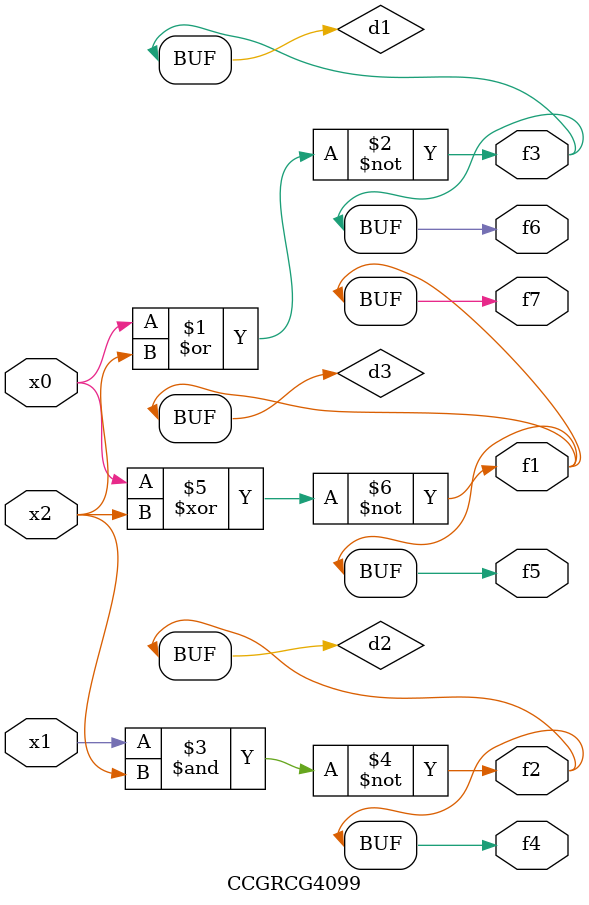
<source format=v>
module CCGRCG4099(
	input x0, x1, x2,
	output f1, f2, f3, f4, f5, f6, f7
);

	wire d1, d2, d3;

	nor (d1, x0, x2);
	nand (d2, x1, x2);
	xnor (d3, x0, x2);
	assign f1 = d3;
	assign f2 = d2;
	assign f3 = d1;
	assign f4 = d2;
	assign f5 = d3;
	assign f6 = d1;
	assign f7 = d3;
endmodule

</source>
